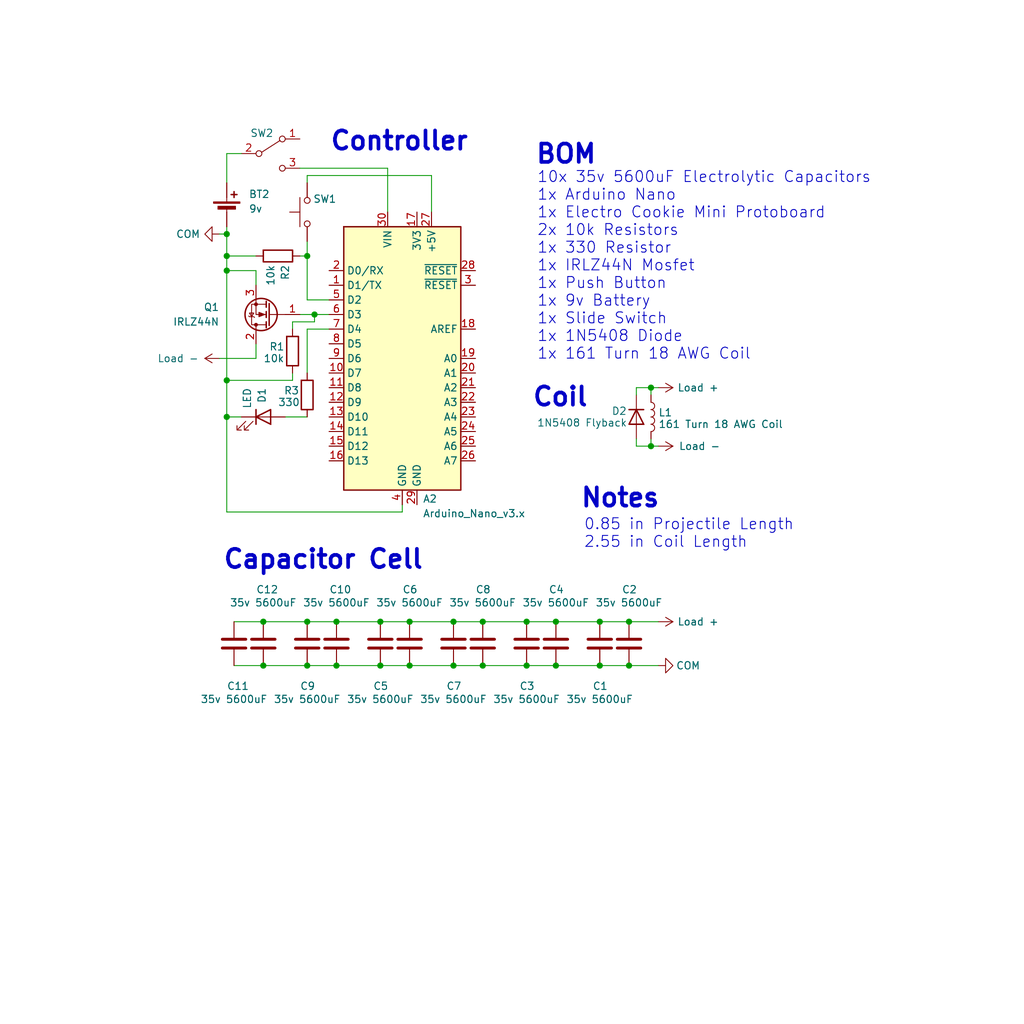
<source format=kicad_sch>
(kicad_sch (version 20231120) (generator "eeschema") (generator_version "8.0")
  (paper "User" 177.8 177.8)
  (title_block (title "Electromagnetic Pistol") (date "2024-07-18") (rev "2") (company "Nicholas Niles") (comment 1 "and controller") (comment 2 "Schematic for capacitor cell, coil,"))
  (lib_symbols
    (symbol "Device:Battery_Cell" (pin_numbers hide) (pin_names (offset 0) hide)
      (property "Reference" "BT" (at 2.54 2.54 0))
      (property "Value" "Battery_Cell" (at 2.54 0 0))
      (symbol "Battery_Cell_0_1"
        (rectangle (start -2.286 1.778) (end 2.286 1.524) (fill (type outline)))
        (rectangle (start -1.524 1.016) (end 1.524 0.508) (fill (type outline)))
        (polyline (pts (xy 0 0.762) (xy 0 0)))
        (polyline (pts (xy 0 1.778) (xy 0 2.54)))
        (polyline (pts (xy 0.762 3.048) (xy 1.778 3.048)) (stroke (width 0.254)))
        (polyline (pts (xy 1.27 3.556) (xy 1.27 2.54)) (stroke (width 0.254)))
      )
      (symbol "Battery_Cell_1_1"
        (pin passive line (at 0 5.08 270) (length 2.54) (name "+") (number "1"))
        (pin passive line (at 0 -2.54 90) (length 2.54) (name "-") (number "2"))
      )
    )
    (symbol "Device:C" (pin_numbers hide) (pin_names (offset 0.254))
      (property "Reference" "C" (at 0.635 2.54 0))
      (property "Value" "C" (at 0.635 -2.54 0))
      (symbol "C_0_1"
        (polyline (pts (xy -2.032 -0.762) (xy 2.032 -0.762)) (stroke (width 0.508)))
        (polyline (pts (xy -2.032 0.762) (xy 2.032 0.762)) (stroke (width 0.508)))
      )
      (symbol "C_1_1"
        (pin passive line (at 0 3.81 270) (length 2.794) (name "~") (number "1"))
        (pin passive line (at 0 -3.81 90) (length 2.794) (name "~") (number "2"))
      )
    )
    (symbol "Device:D" (pin_numbers hide) (pin_names (offset 1.016) hide)
      (property "Reference" "D" (at 0 2.54 0))
      (property "Value" "D" (at 0 -2.54 0))
      (symbol "D_0_1"
        (polyline (pts (xy -1.27 1.27) (xy -1.27 -1.27)) (stroke (width 0.254)))
        (polyline (pts (xy 1.27 0) (xy -1.27 0)))
        (polyline (pts (xy 1.27 1.27) (xy 1.27 -1.27) (xy -1.27 0) (xy 1.27 1.27)) (stroke (width 0.254)))
      )
      (symbol "D_1_1"
        (pin passive line (at -3.81 0 0) (length 2.54) (name "K") (number "1"))
        (pin passive line (at 3.81 0 180) (length 2.54) (name "A") (number "2"))
      )
    )
    (symbol "Device:L" (pin_numbers hide) (pin_names (offset 1.016) hide)
      (property "Reference" "L" (at -1.27 0 90))
      (property "Value" "L" (at 1.905 0 90))
      (symbol "L_0_1"
        (arc (start 0 -2.54) (mid 0.6323 -1.905) (end 0 -1.27))
        (arc (start 0 -1.27) (mid 0.6323 -0.635) (end 0 0))
        (arc (start 0 0) (mid 0.6323 0.635) (end 0 1.27))
        (arc (start 0 1.27) (mid 0.6323 1.905) (end 0 2.54))
      )
      (symbol "L_1_1"
        (pin passive line (at 0 3.81 270) (length 1.27) (name "1") (number "1"))
        (pin passive line (at 0 -3.81 90) (length 1.27) (name "2") (number "2"))
      )
    )
    (symbol "Device:LED" (pin_numbers hide) (pin_names (offset 1.016) hide)
      (property "Reference" "D" (at 0 2.54 0))
      (property "Value" "LED" (at 0 -2.54 0))
      (symbol "LED_0_1"
        (polyline (pts (xy -1.27 -1.27) (xy -1.27 1.27)) (stroke (width 0.254)))
        (polyline (pts (xy -1.27 0) (xy 1.27 0)))
        (polyline (pts (xy 1.27 -1.27) (xy 1.27 1.27) (xy -1.27 0) (xy 1.27 -1.27)) (stroke (width 0.254)))
        (polyline (pts (xy -3.048 -0.762) (xy -4.572 -2.286) (xy -3.81 -2.286) (xy -4.572 -2.286) (xy -4.572 -1.524)))
        (polyline (pts (xy -1.778 -0.762) (xy -3.302 -2.286) (xy -2.54 -2.286) (xy -3.302 -2.286) (xy -3.302 -1.524)))
      )
      (symbol "LED_1_1"
        (pin passive line (at -3.81 0 0) (length 2.54) (name "K") (number "1"))
        (pin passive line (at 3.81 0 180) (length 2.54) (name "A") (number "2"))
      )
    )
    (symbol "Device:R" (pin_numbers hide) (pin_names (offset 0))
      (property "Reference" "R" (at 2.032 0 90))
      (property "Value" "R" (at 0 0 90))
      (symbol "R_0_1"
        (rectangle (start -1.016 -2.54) (end 1.016 2.54) (stroke (width 0.254)))
      )
      (symbol "R_1_1"
        (pin passive line (at 0 3.81 270) (length 1.27) (name "~") (number "1"))
        (pin passive line (at 0 -3.81 90) (length 1.27) (name "~") (number "2"))
      )
    )
    (symbol "MCU_Module:Arduino_Nano_v3.x"
      (property "Reference" "A" (at -10.16 23.495 0))
      (property "Value" "Arduino_Nano_v3.x" (at 5.08 -24.13 0))
      (symbol "Arduino_Nano_v3.x_0_1"
        (rectangle (start -10.16 22.86) (end 10.16 -22.86) (stroke (width 0.254)) (fill (type background)))
      )
      (symbol "Arduino_Nano_v3.x_1_1"
        (pin bidirectional line (at -12.7 12.7 0) (length 2.54) (name "D1/TX") (number "1"))
        (pin bidirectional line (at -12.7 -2.54 0) (length 2.54) (name "D7") (number "10"))
        (pin bidirectional line (at -12.7 -5.08 0) (length 2.54) (name "D8") (number "11"))
        (pin bidirectional line (at -12.7 -7.62 0) (length 2.54) (name "D9") (number "12"))
        (pin bidirectional line (at -12.7 -10.16 0) (length 2.54) (name "D10") (number "13"))
        (pin bidirectional line (at -12.7 -12.7 0) (length 2.54) (name "D11") (number "14"))
        (pin bidirectional line (at -12.7 -15.24 0) (length 2.54) (name "D12") (number "15"))
        (pin bidirectional line (at -12.7 -17.78 0) (length 2.54) (name "D13") (number "16"))
        (pin power_out line (at 2.54 25.4 270) (length 2.54) (name "3V3") (number "17"))
        (pin input line (at 12.7 5.08 180) (length 2.54) (name "AREF") (number "18"))
        (pin bidirectional line (at 12.7 0 180) (length 2.54) (name "A0") (number "19"))
        (pin bidirectional line (at -12.7 15.24 0) (length 2.54) (name "D0/RX") (number "2"))
        (pin bidirectional line (at 12.7 -2.54 180) (length 2.54) (name "A1") (number "20"))
        (pin bidirectional line (at 12.7 -5.08 180) (length 2.54) (name "A2") (number "21"))
        (pin bidirectional line (at 12.7 -7.62 180) (length 2.54) (name "A3") (number "22"))
        (pin bidirectional line (at 12.7 -10.16 180) (length 2.54) (name "A4") (number "23"))
        (pin bidirectional line (at 12.7 -12.7 180) (length 2.54) (name "A5") (number "24"))
        (pin bidirectional line (at 12.7 -15.24 180) (length 2.54) (name "A6") (number "25"))
        (pin bidirectional line (at 12.7 -17.78 180) (length 2.54) (name "A7") (number "26"))
        (pin power_out line (at 5.08 25.4 270) (length 2.54) (name "+5V") (number "27"))
        (pin input line (at 12.7 15.24 180) (length 2.54) (name "~{RESET}") (number "28"))
        (pin power_in line (at 2.54 -25.4 90) (length 2.54) (name "GND") (number "29"))
        (pin input line (at 12.7 12.7 180) (length 2.54) (name "~{RESET}") (number "3"))
        (pin power_in line (at -2.54 25.4 270) (length 2.54) (name "VIN") (number "30"))
        (pin power_in line (at 0 -25.4 90) (length 2.54) (name "GND") (number "4"))
        (pin bidirectional line (at -12.7 10.16 0) (length 2.54) (name "D2") (number "5"))
        (pin bidirectional line (at -12.7 7.62 0) (length 2.54) (name "D3") (number "6"))
        (pin bidirectional line (at -12.7 5.08 0) (length 2.54) (name "D4") (number "7"))
        (pin bidirectional line (at -12.7 2.54 0) (length 2.54) (name "D5") (number "8"))
        (pin bidirectional line (at -12.7 0 0) (length 2.54) (name "D6") (number "9"))
      )
    )
    (symbol "Switch:SW_Push" (pin_numbers hide) (pin_names (offset 1.016) hide)
      (property "Reference" "SW" (at 1.27 2.54 0))
      (property "Value" "SW_Push" (at 0 -1.524 0))
      (symbol "SW_Push_0_1"
        (circle (center -2.032 0) (radius 0.508))
        (polyline (pts (xy 0 1.27) (xy 0 3.048)))
        (polyline (pts (xy 2.54 1.27) (xy -2.54 1.27)))
        (circle (center 2.032 0) (radius 0.508))
        (pin passive line (at -5.08 0 0) (length 2.54) (name "1") (number "1"))
        (pin passive line (at 5.08 0 180) (length 2.54) (name "2") (number "2"))
      )
    )
    (symbol "Transistor_FET:IRF540N" (pin_names hide)
      (property "Reference" "Q" (at 5.08 1.905 0))
      (property "Value" "IRF540N" (at 5.08 0 0))
      (symbol "IRF540N_0_1"
        (polyline (pts (xy 0.254 0) (xy -2.54 0)))
        (polyline (pts (xy 0.254 1.905) (xy 0.254 -1.905)) (stroke (width 0.254)))
        (polyline (pts (xy 0.762 -1.27) (xy 0.762 -2.286)) (stroke (width 0.254)))
        (polyline (pts (xy 0.762 0.508) (xy 0.762 -0.508)) (stroke (width 0.254)))
        (polyline (pts (xy 0.762 2.286) (xy 0.762 1.27)) (stroke (width 0.254)))
        (polyline (pts (xy 2.54 2.54) (xy 2.54 1.778)))
        (polyline (pts (xy 2.54 -2.54) (xy 2.54 0) (xy 0.762 0)))
        (polyline (pts (xy 0.762 -1.778) (xy 3.302 -1.778) (xy 3.302 1.778) (xy 0.762 1.778)))
        (polyline (pts (xy 1.016 0) (xy 2.032 0.381) (xy 2.032 -0.381) (xy 1.016 0)) (fill (type outline)))
        (polyline (pts (xy 2.794 0.508) (xy 2.921 0.381) (xy 3.683 0.381) (xy 3.81 0.254)))
        (polyline (pts (xy 3.302 0.381) (xy 2.921 -0.254) (xy 3.683 -0.254) (xy 3.302 0.381)))
        (circle (center 1.651 0) (radius 2.794) (stroke (width 0.254)))
        (circle (center 2.54 -1.778) (radius 0.254) (fill (type outline)))
        (circle (center 2.54 1.778) (radius 0.254) (fill (type outline)))
      )
      (symbol "IRF540N_1_1"
        (pin input line (at -5.08 0 0) (length 2.54) (name "G") (number "1"))
        (pin passive line (at 2.54 5.08 270) (length 2.54) (name "D") (number "2"))
        (pin passive line (at 2.54 -5.08 90) (length 2.54) (name "S") (number "3"))
      )
    )
    (symbol "fab:PWR_24V" (power) (pin_names (offset 0))
      (property "Value" "PWR_24V" (at 0 3.556 0))
      (symbol "PWR_24V_0_1"
        (polyline (pts (xy -0.762 1.27) (xy 0 2.54)))
        (polyline (pts (xy 0 0) (xy 0 2.54)))
        (polyline (pts (xy 0 2.54) (xy 0.762 1.27)))
      )
      (symbol "PWR_24V_1_1"
        (pin power_in line (at 0 0 90) (length 0) hide (name "PWR_24V") (number "1"))
      )
    )
    (symbol "fab:PWR_GND" (power) (pin_names (offset 0))
      (property "Value" "PWR_GND" (at 0 -3.81 0))
      (symbol "PWR_GND_0_1"
        (polyline (pts (xy 0 0) (xy 0 -1.27) (xy 1.27 -1.27) (xy 0 -2.54) (xy -1.27 -1.27) (xy 0 -1.27)))
      )
      (symbol "PWR_GND_1_1"
        (pin power_in line (at 0 0 270) (length 0) hide (name "PWR_GND") (number "1"))
      )
    )
    (symbol "fab:Switch_Slide_Top_CnK" (pin_names (offset 0) hide)
      (property "Reference" "SW" (at 0 4.318 0))
      (property "Value" "Switch_Slide_Top_CnK" (at 0 -5.08 0))
      (symbol "Switch_Slide_Top_CnK_0_0"
        (circle (center -2.032 0) (radius 0.508))
        (circle (center 2.032 -2.54) (radius 0.508))
      )
      (symbol "Switch_Slide_Top_CnK_0_1"
        (polyline (pts (xy -1.524 0.254) (xy 1.651 2.286)))
        (circle (center 2.032 2.54) (radius 0.508))
      )
      (symbol "Switch_Slide_Top_CnK_1_1"
        (pin passive line (at 5.08 2.54 180) (length 2.54) (name "A") (number "1"))
        (pin passive line (at -5.08 0 0) (length 2.54) (name "B") (number "2"))
        (pin passive line (at 5.08 -2.54 180) (length 2.54) (name "C") (number "3"))
      )
    )
  )
  (junction (at 104.14 115.57))
  (junction (at 109.22 107.95))
  (junction (at 113.03 77.47))
  (junction (at 54.61 54.61))
  (junction (at 39.37 46.99))
  (junction (at 71.12 107.95))
  (junction (at 96.52 115.57))
  (junction (at 66.04 107.95))
  (junction (at 39.37 44.45))
  (junction (at 39.37 40.64))
  (junction (at 66.04 115.57))
  (junction (at 58.42 107.95))
  (junction (at 53.34 44.45))
  (junction (at 78.74 107.95))
  (junction (at 113.03 67.31))
  (junction (at 39.37 66.04))
  (junction (at 83.82 107.95))
  (junction (at 58.42 115.57))
  (junction (at 45.72 115.57))
  (junction (at 91.44 107.95))
  (junction (at 53.34 107.95))
  (junction (at 91.44 115.57))
  (junction (at 78.74 115.57))
  (junction (at 71.12 115.57))
  (junction (at 96.52 107.95))
  (junction (at 53.34 115.57))
  (junction (at 104.14 107.95))
  (junction (at 45.72 107.95))
  (junction (at 39.37 72.39))
  (junction (at 83.82 115.57))
  (junction (at 109.22 115.57))
  (wire (pts (xy 91.44 107.95) (xy 96.52 107.95)))
  (wire (pts (xy 39.37 72.39) (xy 39.37 88.9)))
  (wire (pts (xy 104.14 107.95) (xy 109.22 107.95)))
  (wire (pts (xy 66.04 115.57) (xy 71.12 115.57)))
  (wire (pts (xy 44.45 49.53) (xy 44.45 46.99)))
  (wire (pts (xy 71.12 107.95) (xy 78.74 107.95)))
  (wire (pts (xy 54.61 55.88) (xy 54.61 54.61)))
  (wire (pts (xy 53.34 64.77) (xy 53.34 57.15)))
  (wire (pts (xy 53.34 41.91) (xy 53.34 44.45)))
  (wire (pts (xy 96.52 115.57) (xy 104.14 115.57)))
  (wire (pts (xy 113.03 68.58) (xy 113.03 67.31)))
  (wire (pts (xy 74.93 30.48) (xy 74.93 36.83)))
  (wire (pts (xy 38.1 40.64) (xy 39.37 40.64)))
  (wire (pts (xy 39.37 72.39) (xy 41.91 72.39)))
  (wire (pts (xy 54.61 54.61) (xy 57.15 54.61)))
  (wire (pts (xy 52.07 44.45) (xy 53.34 44.45)))
  (wire (pts (xy 53.34 31.75) (xy 53.34 30.48)))
  (wire (pts (xy 53.34 115.57) (xy 58.42 115.57)))
  (wire (pts (xy 71.12 115.57) (xy 78.74 115.57)))
  (wire (pts (xy 45.72 115.57) (xy 53.34 115.57)))
  (wire (pts (xy 66.04 107.95) (xy 71.12 107.95)))
  (wire (pts (xy 83.82 115.57) (xy 91.44 115.57)))
  (wire (pts (xy 58.42 107.95) (xy 66.04 107.95)))
  (wire (pts (xy 96.52 107.95) (xy 104.14 107.95)))
  (wire (pts (xy 39.37 46.99) (xy 44.45 46.99)))
  (wire (pts (xy 91.44 115.57) (xy 96.52 115.57)))
  (wire (pts (xy 104.14 115.57) (xy 109.22 115.57)))
  (wire (pts (xy 39.37 66.04) (xy 50.8 66.04)))
  (wire (pts (xy 39.37 44.45) (xy 39.37 46.99)))
  (wire (pts (xy 78.74 115.57) (xy 83.82 115.57)))
  (wire (pts (xy 40.64 115.57) (xy 45.72 115.57)))
  (wire (pts (xy 67.31 29.21) (xy 67.31 36.83)))
  (wire (pts (xy 109.22 107.95) (xy 114.3 107.95)))
  (wire (pts (xy 40.64 107.95) (xy 45.72 107.95)))
  (wire (pts (xy 78.74 107.95) (xy 83.82 107.95)))
  (wire (pts (xy 53.34 52.07) (xy 57.15 52.07)))
  (wire (pts (xy 113.03 77.47) (xy 114.3 77.47)))
  (wire (pts (xy 110.49 76.2) (xy 110.49 77.47)))
  (wire (pts (xy 110.49 68.58) (xy 110.49 67.31)))
  (wire (pts (xy 52.07 29.21) (xy 67.31 29.21)))
  (wire (pts (xy 69.85 88.9) (xy 69.85 87.63)))
  (wire (pts (xy 109.22 115.57) (xy 114.3 115.57)))
  (wire (pts (xy 50.8 57.15) (xy 50.8 55.88)))
  (wire (pts (xy 113.03 76.2) (xy 113.03 77.47)))
  (wire (pts (xy 58.42 115.57) (xy 66.04 115.57)))
  (wire (pts (xy 39.37 26.67) (xy 41.91 26.67)))
  (wire (pts (xy 39.37 40.64) (xy 39.37 44.45)))
  (wire (pts (xy 52.07 54.61) (xy 54.61 54.61)))
  (wire (pts (xy 39.37 44.45) (xy 44.45 44.45)))
  (wire (pts (xy 110.49 77.47) (xy 113.03 77.47)))
  (wire (pts (xy 50.8 66.04) (xy 50.8 64.77)))
  (wire (pts (xy 113.03 67.31) (xy 114.3 67.31)))
  (wire (pts (xy 53.34 107.95) (xy 58.42 107.95)))
  (wire (pts (xy 53.34 57.15) (xy 57.15 57.15)))
  (wire (pts (xy 83.82 107.95) (xy 91.44 107.95)))
  (wire (pts (xy 53.34 44.45) (xy 53.34 52.07)))
  (wire (pts (xy 110.49 67.31) (xy 113.03 67.31)))
  (wire (pts (xy 38.1 62.23) (xy 44.45 62.23)))
  (wire (pts (xy 50.8 55.88) (xy 54.61 55.88)))
  (wire (pts (xy 49.53 72.39) (xy 53.34 72.39)))
  (wire (pts (xy 39.37 46.99) (xy 39.37 66.04)))
  (wire (pts (xy 39.37 88.9) (xy 69.85 88.9)))
  (wire (pts (xy 39.37 39.37) (xy 39.37 40.64)))
  (wire (pts (xy 45.72 107.95) (xy 53.34 107.95)))
  (wire (pts (xy 53.34 30.48) (xy 74.93 30.48)))
  (wire (pts (xy 39.37 66.04) (xy 39.37 72.39)))
  (wire (pts (xy 44.45 62.23) (xy 44.45 59.69)))
  (wire (pts (xy 39.37 31.75) (xy 39.37 26.67)))
  (text "0.85 in Projectile Length\n2.55 in Coil Length" (at 101.346 92.71 0) (effects (font (size 1.905 1.905)) (justify left)))
  (text "10x 35v 5600uF Electrolytic Capacitors\n1x Arduino Nano\n1x Electro Cookie Mini Protoboard\n2x 10k Resistors\n1x 330 Resistor\n1x IRLZ44N Mosfet\n1x Push Button\n1x 9v Battery\n1x Slide Switch\n1x 1N5408 Diode\n1x 161 Turn 18 AWG Coil" (at 93.218 46.228 0) (effects (font (size 1.905 1.905)) (justify left)))
  (text "BOM" (at 98.298 26.924 0) (effects (font (size 3.175 3.175) (thickness 0.635) (bold yes))))
  (text "Controller" (at 69.342 24.638 0) (effects (font (size 3.175 3.175) (thickness 0.635) (bold yes))))
  (text "Coil" (at 97.282 69.088 0) (effects (font (size 3.175 3.175) (thickness 0.635) (bold yes))))
  (text "Capacitor Cell" (at 56.134 97.282 0) (effects (font (size 3.175 3.175) (thickness 0.635) (bold yes))))
  (text "Notes" (at 107.696 86.614 0) (effects (font (size 3.175 3.175) (thickness 0.635) (bold yes))))
  (symbol (lib_id "Device:C") (at 109.22 111.76 0) (unit 1)
    (property "Reference" "C2" (at 107.95 102.362 0) (effects (justify left)))
    (property "Value" "35v 5600uF" (at 103.378 104.648 0) (effects (justify left)))
    (property "Description" "Unpolarized capacitor" (effects (hide yes)))
  )
  (symbol (lib_id "fab:PWR_24V") (at 114.3 67.31 270) (unit 1)
    (property "Reference" "#PWR05" (effects (hide yes)))
    (property "Value" "Load +" (at 117.602 67.31 90) (effects (justify left)))
    (property "Description" "Power symbol creates a global label with name \"+24V\"" (effects (hide yes)))
  )
  (symbol (lib_id "MCU_Module:Arduino_Nano_v3.x") (at 69.85 62.23 0) (unit 1)
    (property "Reference" "A2" (at 73.406 86.614 0) (effects (justify left)))
    (property "Value" "Arduino_Nano_v3.x" (at 73.406 89.154 0) (effects (justify left)))
    (property "Footprint" "Module:Arduino_Nano" (effects (hide yes)))
    (property "Datasheet" "http://www.mouser.com/pdfdocs/Gravitech_Arduino_Nano3_0.pdf" (effects (hide yes)))
    (property "Description" "Arduino Nano v3.x" (effects (hide yes)))
  )
  (symbol (lib_id "Device:L") (at 113.03 72.39 0) (unit 1)
    (property "Reference" "L1" (at 114.3 71.628 0) (effects (justify left)))
    (property "Value" "161 Turn 18 AWG Coil" (at 114.3 73.6599 0) (effects (justify left)))
    (property "Description" "Inductor" (effects (hide yes)))
  )
  (symbol (lib_id "Device:Battery_Cell") (at 39.37 36.83 0) (unit 1)
    (property "Reference" "BT2" (at 43.18 33.7184 0) (effects (justify left)))
    (property "Value" "9v" (at 43.18 36.2584 0) (effects (justify left)))
    (property "Description" "Single-cell battery" (effects (hide yes)))
  )
  (symbol (lib_id "fab:PWR_GND") (at 114.3 115.57 90) (unit 1)
    (property "Reference" "#PWR03" (effects (hide yes)))
    (property "Value" "COM" (at 117.348 115.57 90) (effects (justify right)))
    (property "Description" "Power symbol creates a global label with name \"GND\" , ground" (effects (hide yes)))
  )
  (symbol (lib_id "Device:C") (at 83.82 111.76 0) (unit 1)
    (property "Reference" "C8" (at 82.55 102.362 0) (effects (justify left)))
    (property "Value" "35v 5600uF" (at 77.978 104.648 0) (effects (justify left)))
    (property "Description" "Unpolarized capacitor" (effects (hide yes)))
  )
  (symbol (lib_id "Device:C") (at 66.04 111.76 0) (unit 1)
    (property "Reference" "C5" (at 64.77 119.126 0) (effects (justify left)))
    (property "Value" "35v 5600uF" (at 60.198 121.412 0) (effects (justify left)))
    (property "Description" "Unpolarized capacitor" (effects (hide yes)))
  )
  (symbol (lib_id "Transistor_FET:IRF540N") (at 46.99 54.61 180) (unit 1)
    (property "Reference" "Q1" (at 38.1 53.34 0) (effects (justify left)))
    (property "Value" "IRLZ44N" (at 38.1 55.88 0) (effects (justify left)))
    (property "Footprint" "Package_TO_SOT_THT:TO-220-3_Vertical" (effects (hide yes)))
    (property "Datasheet" "http://www.irf.com/product-info/datasheets/data/irf540n.pdf" (effects (hide yes)))
    (property "Description" "33A Id, 100V Vds, HEXFET N-Channel MOSFET, TO-220" (effects (hide yes)))
  )
  (symbol (lib_id "Device:C") (at 53.34 111.76 0) (unit 1)
    (property "Reference" "C9" (at 52.07 119.126 0) (effects (justify left)))
    (property "Value" "35v 5600uF" (at 47.498 121.412 0) (effects (justify left)))
    (property "Description" "Unpolarized capacitor" (effects (hide yes)))
  )
  (symbol (lib_id "Device:R") (at 48.26 44.45 270) (unit 1)
    (property "Reference" "R2" (at 49.53 45.974 0) (effects (justify left)))
    (property "Value" "10k" (at 46.99 45.974 0) (effects (justify left)))
    (property "Description" "Resistor" (effects (hide yes)))
  )
  (symbol (lib_id "Device:LED") (at 45.72 72.39 0) (unit 1)
    (property "Reference" "D1" (at 45.466 67.31 90) (effects (justify right)))
    (property "Value" "LED" (at 42.926 67.31 90) (effects (justify right)))
    (property "Description" "Light emitting diode" (effects (hide yes)))
  )
  (symbol (lib_id "Switch:SW_Push") (at 53.34 36.83 90) (unit 1)
    (property "Reference" "SW1" (at 54.356 34.544 90) (effects (justify right)))
    (property "Value" "SW_Push" (effects (hide yes)))
    (property "Description" "Push button switch, generic, two pins" (effects (hide yes)))
  )
  (symbol (lib_id "Device:C") (at 104.14 111.76 0) (unit 1)
    (property "Reference" "C1" (at 102.87 119.126 0) (effects (justify left)))
    (property "Value" "35v 5600uF" (at 98.298 121.412 0) (effects (justify left)))
    (property "Description" "Unpolarized capacitor" (effects (hide yes)))
  )
  (symbol (lib_id "fab:Switch_Slide_Top_CnK") (at 46.99 26.67 0) (unit 1)
    (property "Reference" "SW2" (at 45.466 23.114 0))
    (property "Value" "Switch_Slide_Top_CnK" (effects (hide yes)))
    (property "Footprint" "fab:Switch_Slide_Top_CnK_JS102011JCQN_8.5x3.5mm" (effects (hide yes)))
    (property "Datasheet" "https://www.ckswitches.com/media/1422/js.pdf" (effects (hide yes)))
    (property "Description" "Slide Switch SPDT Surface Mount" (effects (hide yes)))
  )
  (symbol (lib_id "fab:PWR_24V") (at 38.1 62.23 90) (unit 1)
    (property "Reference" "#PWR01" (effects (hide yes)))
    (property "Value" "Load -" (at 34.544 62.23 90) (effects (justify left)))
    (property "Description" "Power symbol creates a global label with name \"+24V\"" (effects (hide yes)))
  )
  (symbol (lib_id "Device:C") (at 45.72 111.76 0) (unit 1)
    (property "Reference" "C12" (at 44.45 102.362 0) (effects (justify left)))
    (property "Value" "35v 5600uF" (at 39.878 104.648 0) (effects (justify left)))
    (property "Description" "Unpolarized capacitor" (effects (hide yes)))
  )
  (symbol (lib_id "Device:C") (at 40.64 111.76 0) (unit 1)
    (property "Reference" "C11" (at 39.37 119.126 0) (effects (justify left)))
    (property "Value" "35v 5600uF" (at 34.798 121.412 0) (effects (justify left)))
    (property "Description" "Unpolarized capacitor" (effects (hide yes)))
  )
  (symbol (lib_id "fab:PWR_GND") (at 38.1 40.64 270) (unit 1)
    (property "Reference" "#PWR02" (effects (hide yes)))
    (property "Value" "COM" (at 34.798 40.64 90) (effects (justify right)))
    (property "Description" "Power symbol creates a global label with name \"GND\" , ground" (effects (hide yes)))
  )
  (symbol (lib_id "Device:C") (at 71.12 111.76 0) (unit 1)
    (property "Reference" "C6" (at 69.85 102.362 0) (effects (justify left)))
    (property "Value" "35v 5600uF" (at 65.278 104.648 0) (effects (justify left)))
    (property "Description" "Unpolarized capacitor" (effects (hide yes)))
  )
  (symbol (lib_id "Device:C") (at 58.42 111.76 0) (unit 1)
    (property "Reference" "C10" (at 57.15 102.362 0) (effects (justify left)))
    (property "Value" "35v 5600uF" (at 52.578 104.648 0) (effects (justify left)))
    (property "Description" "Unpolarized capacitor" (effects (hide yes)))
  )
  (symbol (lib_id "Device:R") (at 53.34 68.58 0) (unit 1)
    (property "Reference" "R3" (at 49.276 67.818 0) (effects (justify left)))
    (property "Value" "330" (at 48.26 69.85 0) (effects (justify left)))
    (property "Description" "Resistor" (effects (hide yes)))
  )
  (symbol (lib_id "Device:D") (at 110.49 72.39 270) (unit 1)
    (property "Reference" "D2" (at 106.172 71.3741 90) (effects (justify left)))
    (property "Value" "1N5408 Flyback" (at 93.218 73.406 90) (effects (justify left)))
    (property "Description" "Diode" (effects (hide yes)))
    (property "Sim.Device" "D" (effects (hide yes)))
    (property "Sim.Pins" "1=K 2=A" (effects (hide yes)))
  )
  (symbol (lib_id "fab:PWR_24V") (at 114.3 77.47 270) (unit 1)
    (property "Reference" "#PWR06" (effects (hide yes)))
    (property "Value" "Load -" (at 117.856 77.47 90) (effects (justify left)))
    (property "Description" "Power symbol creates a global label with name \"+24V\"" (effects (hide yes)))
  )
  (symbol (lib_id "Device:C") (at 78.74 111.76 0) (unit 1)
    (property "Reference" "C7" (at 77.47 119.126 0) (effects (justify left)))
    (property "Value" "35v 5600uF" (at 72.898 121.412 0) (effects (justify left)))
    (property "Description" "Unpolarized capacitor" (effects (hide yes)))
  )
  (symbol (lib_id "Device:C") (at 96.52 111.76 0) (unit 1)
    (property "Reference" "C4" (at 95.25 102.362 0) (effects (justify left)))
    (property "Value" "35v 5600uF" (at 90.678 104.648 0) (effects (justify left)))
    (property "Description" "Unpolarized capacitor" (effects (hide yes)))
  )
  (symbol (lib_id "Device:R") (at 50.8 60.96 0) (unit 1)
    (property "Reference" "R1" (at 46.736 60.198 0) (effects (justify left)))
    (property "Value" "10k" (at 45.72 62.23 0) (effects (justify left)))
    (property "Description" "Resistor" (effects (hide yes)))
  )
  (symbol (lib_id "fab:PWR_24V") (at 114.3 107.95 270) (unit 1)
    (property "Reference" "#PWR04" (effects (hide yes)))
    (property "Value" "Load +" (at 117.602 107.95 90) (effects (justify left)))
    (property "Description" "Power symbol creates a global label with name \"+24V\"" (effects (hide yes)))
  )
  (symbol (lib_id "Device:C") (at 91.44 111.76 0) (unit 1)
    (property "Reference" "C3" (at 90.17 119.126 0) (effects (justify left)))
    (property "Value" "35v 5600uF" (at 85.598 121.412 0) (effects (justify left)))
    (property "Description" "Unpolarized capacitor" (effects (hide yes)))
  )
)
</source>
